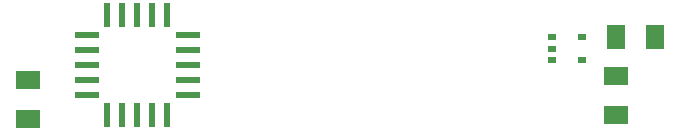
<source format=gbp>
G04 (created by PCBNEW (2013-may-18)-stable) date Wed Jun 29 16:48:40 2016*
%MOIN*%
G04 Gerber Fmt 3.4, Leading zero omitted, Abs format*
%FSLAX34Y34*%
G01*
G70*
G90*
G04 APERTURE LIST*
%ADD10C,0.00590551*%
%ADD11R,0.03X0.02*%
%ADD12R,0.08X0.06*%
%ADD13R,0.06X0.08*%
%ADD14R,0.0787402X0.023622*%
%ADD15R,0.023622X0.0787402*%
G04 APERTURE END LIST*
G54D10*
G54D11*
X29578Y-10985D03*
X29578Y-10235D03*
X30578Y-10985D03*
X29578Y-10610D03*
X30578Y-10235D03*
G54D12*
X31692Y-12815D03*
X31692Y-11515D03*
G54D13*
X31692Y-10236D03*
X32992Y-10236D03*
G54D12*
X12106Y-12953D03*
X12106Y-11653D03*
G54D14*
X17421Y-11161D03*
X17421Y-11661D03*
X17421Y-12161D03*
X17421Y-10661D03*
X17421Y-10161D03*
X14074Y-12161D03*
X14074Y-11661D03*
X14074Y-11161D03*
X14074Y-10661D03*
X14074Y-10161D03*
G54D15*
X16748Y-12834D03*
X16248Y-12834D03*
X15748Y-12834D03*
X15248Y-12834D03*
X14748Y-12834D03*
X14748Y-9488D03*
X15248Y-9488D03*
X15748Y-9488D03*
X16248Y-9488D03*
X16748Y-9488D03*
M02*

</source>
